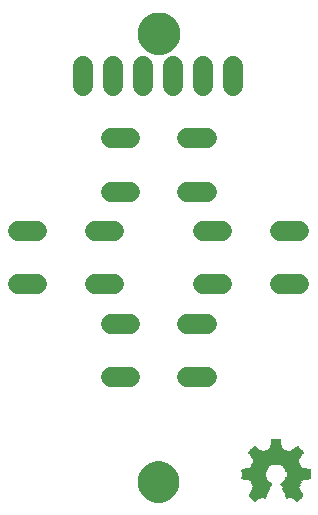
<source format=gbr>
G04 EAGLE Gerber RS-274X export*
G75*
%MOMM*%
%FSLAX34Y34*%
%LPD*%
%INSoldermask Bottom*%
%IPPOS*%
%AMOC8*
5,1,8,0,0,1.08239X$1,22.5*%
G01*
%ADD10C,2.601600*%
%ADD11C,0.609600*%
%ADD12C,0.500000*%
%ADD13R,0.050800X0.050800*%
%ADD14R,0.152400X0.050800*%
%ADD15R,0.304800X0.050800*%
%ADD16R,0.406400X0.050800*%
%ADD17R,0.558800X0.050800*%
%ADD18R,0.660400X0.050800*%
%ADD19R,0.812800X0.050800*%
%ADD20R,0.914400X0.050800*%
%ADD21R,0.254000X0.050800*%
%ADD22R,1.422400X0.050800*%
%ADD23R,1.473200X0.050800*%
%ADD24R,1.574800X0.050800*%
%ADD25R,1.524000X0.050800*%
%ADD26R,1.625600X0.050800*%
%ADD27R,1.676400X0.050800*%
%ADD28R,1.727200X0.050800*%
%ADD29R,1.828800X0.050800*%
%ADD30R,2.082800X0.050800*%
%ADD31R,2.133600X0.050800*%
%ADD32R,1.879600X0.050800*%
%ADD33R,1.778000X0.050800*%
%ADD34R,1.981200X0.050800*%
%ADD35R,4.064000X0.050800*%
%ADD36R,3.962400X0.050800*%
%ADD37R,3.860800X0.050800*%
%ADD38R,4.165600X0.050800*%
%ADD39R,4.267200X0.050800*%
%ADD40R,4.368800X0.050800*%
%ADD41R,4.470400X0.050800*%
%ADD42R,4.572000X0.050800*%
%ADD43R,4.673600X0.050800*%
%ADD44R,4.775200X0.050800*%
%ADD45R,1.016000X0.050800*%
%ADD46R,1.930400X0.050800*%
%ADD47R,0.863600X0.050800*%
%ADD48R,0.762000X0.050800*%
%ADD49R,0.609600X0.050800*%
%ADD50R,1.219200X0.050800*%
%ADD51R,0.508000X0.050800*%
%ADD52R,1.117600X0.050800*%
%ADD53R,0.355600X0.050800*%
%ADD54R,0.101600X0.050800*%
%ADD55C,1.727200*%


D10*
X143000Y35000D03*
X143000Y415000D03*
D11*
X128000Y415000D02*
X128005Y415368D01*
X128018Y415736D01*
X128041Y416103D01*
X128072Y416470D01*
X128113Y416836D01*
X128162Y417201D01*
X128221Y417564D01*
X128288Y417926D01*
X128364Y418287D01*
X128450Y418645D01*
X128543Y419001D01*
X128646Y419354D01*
X128757Y419705D01*
X128877Y420053D01*
X129005Y420398D01*
X129142Y420740D01*
X129287Y421079D01*
X129440Y421413D01*
X129602Y421744D01*
X129771Y422071D01*
X129949Y422393D01*
X130134Y422712D01*
X130327Y423025D01*
X130528Y423334D01*
X130736Y423637D01*
X130952Y423935D01*
X131175Y424228D01*
X131405Y424516D01*
X131642Y424798D01*
X131886Y425073D01*
X132136Y425343D01*
X132393Y425607D01*
X132657Y425864D01*
X132927Y426114D01*
X133202Y426358D01*
X133484Y426595D01*
X133772Y426825D01*
X134065Y427048D01*
X134363Y427264D01*
X134666Y427472D01*
X134975Y427673D01*
X135288Y427866D01*
X135607Y428051D01*
X135929Y428229D01*
X136256Y428398D01*
X136587Y428560D01*
X136921Y428713D01*
X137260Y428858D01*
X137602Y428995D01*
X137947Y429123D01*
X138295Y429243D01*
X138646Y429354D01*
X138999Y429457D01*
X139355Y429550D01*
X139713Y429636D01*
X140074Y429712D01*
X140436Y429779D01*
X140799Y429838D01*
X141164Y429887D01*
X141530Y429928D01*
X141897Y429959D01*
X142264Y429982D01*
X142632Y429995D01*
X143000Y430000D01*
X143368Y429995D01*
X143736Y429982D01*
X144103Y429959D01*
X144470Y429928D01*
X144836Y429887D01*
X145201Y429838D01*
X145564Y429779D01*
X145926Y429712D01*
X146287Y429636D01*
X146645Y429550D01*
X147001Y429457D01*
X147354Y429354D01*
X147705Y429243D01*
X148053Y429123D01*
X148398Y428995D01*
X148740Y428858D01*
X149079Y428713D01*
X149413Y428560D01*
X149744Y428398D01*
X150071Y428229D01*
X150393Y428051D01*
X150712Y427866D01*
X151025Y427673D01*
X151334Y427472D01*
X151637Y427264D01*
X151935Y427048D01*
X152228Y426825D01*
X152516Y426595D01*
X152798Y426358D01*
X153073Y426114D01*
X153343Y425864D01*
X153607Y425607D01*
X153864Y425343D01*
X154114Y425073D01*
X154358Y424798D01*
X154595Y424516D01*
X154825Y424228D01*
X155048Y423935D01*
X155264Y423637D01*
X155472Y423334D01*
X155673Y423025D01*
X155866Y422712D01*
X156051Y422393D01*
X156229Y422071D01*
X156398Y421744D01*
X156560Y421413D01*
X156713Y421079D01*
X156858Y420740D01*
X156995Y420398D01*
X157123Y420053D01*
X157243Y419705D01*
X157354Y419354D01*
X157457Y419001D01*
X157550Y418645D01*
X157636Y418287D01*
X157712Y417926D01*
X157779Y417564D01*
X157838Y417201D01*
X157887Y416836D01*
X157928Y416470D01*
X157959Y416103D01*
X157982Y415736D01*
X157995Y415368D01*
X158000Y415000D01*
X157995Y414632D01*
X157982Y414264D01*
X157959Y413897D01*
X157928Y413530D01*
X157887Y413164D01*
X157838Y412799D01*
X157779Y412436D01*
X157712Y412074D01*
X157636Y411713D01*
X157550Y411355D01*
X157457Y410999D01*
X157354Y410646D01*
X157243Y410295D01*
X157123Y409947D01*
X156995Y409602D01*
X156858Y409260D01*
X156713Y408921D01*
X156560Y408587D01*
X156398Y408256D01*
X156229Y407929D01*
X156051Y407607D01*
X155866Y407288D01*
X155673Y406975D01*
X155472Y406666D01*
X155264Y406363D01*
X155048Y406065D01*
X154825Y405772D01*
X154595Y405484D01*
X154358Y405202D01*
X154114Y404927D01*
X153864Y404657D01*
X153607Y404393D01*
X153343Y404136D01*
X153073Y403886D01*
X152798Y403642D01*
X152516Y403405D01*
X152228Y403175D01*
X151935Y402952D01*
X151637Y402736D01*
X151334Y402528D01*
X151025Y402327D01*
X150712Y402134D01*
X150393Y401949D01*
X150071Y401771D01*
X149744Y401602D01*
X149413Y401440D01*
X149079Y401287D01*
X148740Y401142D01*
X148398Y401005D01*
X148053Y400877D01*
X147705Y400757D01*
X147354Y400646D01*
X147001Y400543D01*
X146645Y400450D01*
X146287Y400364D01*
X145926Y400288D01*
X145564Y400221D01*
X145201Y400162D01*
X144836Y400113D01*
X144470Y400072D01*
X144103Y400041D01*
X143736Y400018D01*
X143368Y400005D01*
X143000Y400000D01*
X142632Y400005D01*
X142264Y400018D01*
X141897Y400041D01*
X141530Y400072D01*
X141164Y400113D01*
X140799Y400162D01*
X140436Y400221D01*
X140074Y400288D01*
X139713Y400364D01*
X139355Y400450D01*
X138999Y400543D01*
X138646Y400646D01*
X138295Y400757D01*
X137947Y400877D01*
X137602Y401005D01*
X137260Y401142D01*
X136921Y401287D01*
X136587Y401440D01*
X136256Y401602D01*
X135929Y401771D01*
X135607Y401949D01*
X135288Y402134D01*
X134975Y402327D01*
X134666Y402528D01*
X134363Y402736D01*
X134065Y402952D01*
X133772Y403175D01*
X133484Y403405D01*
X133202Y403642D01*
X132927Y403886D01*
X132657Y404136D01*
X132393Y404393D01*
X132136Y404657D01*
X131886Y404927D01*
X131642Y405202D01*
X131405Y405484D01*
X131175Y405772D01*
X130952Y406065D01*
X130736Y406363D01*
X130528Y406666D01*
X130327Y406975D01*
X130134Y407288D01*
X129949Y407607D01*
X129771Y407929D01*
X129602Y408256D01*
X129440Y408587D01*
X129287Y408921D01*
X129142Y409260D01*
X129005Y409602D01*
X128877Y409947D01*
X128757Y410295D01*
X128646Y410646D01*
X128543Y410999D01*
X128450Y411355D01*
X128364Y411713D01*
X128288Y412074D01*
X128221Y412436D01*
X128162Y412799D01*
X128113Y413164D01*
X128072Y413530D01*
X128041Y413897D01*
X128018Y414264D01*
X128005Y414632D01*
X128000Y415000D01*
D12*
X128000Y35000D02*
X128005Y35368D01*
X128018Y35736D01*
X128041Y36103D01*
X128072Y36470D01*
X128113Y36836D01*
X128162Y37201D01*
X128221Y37564D01*
X128288Y37926D01*
X128364Y38287D01*
X128450Y38645D01*
X128543Y39001D01*
X128646Y39354D01*
X128757Y39705D01*
X128877Y40053D01*
X129005Y40398D01*
X129142Y40740D01*
X129287Y41079D01*
X129440Y41413D01*
X129602Y41744D01*
X129771Y42071D01*
X129949Y42393D01*
X130134Y42712D01*
X130327Y43025D01*
X130528Y43334D01*
X130736Y43637D01*
X130952Y43935D01*
X131175Y44228D01*
X131405Y44516D01*
X131642Y44798D01*
X131886Y45073D01*
X132136Y45343D01*
X132393Y45607D01*
X132657Y45864D01*
X132927Y46114D01*
X133202Y46358D01*
X133484Y46595D01*
X133772Y46825D01*
X134065Y47048D01*
X134363Y47264D01*
X134666Y47472D01*
X134975Y47673D01*
X135288Y47866D01*
X135607Y48051D01*
X135929Y48229D01*
X136256Y48398D01*
X136587Y48560D01*
X136921Y48713D01*
X137260Y48858D01*
X137602Y48995D01*
X137947Y49123D01*
X138295Y49243D01*
X138646Y49354D01*
X138999Y49457D01*
X139355Y49550D01*
X139713Y49636D01*
X140074Y49712D01*
X140436Y49779D01*
X140799Y49838D01*
X141164Y49887D01*
X141530Y49928D01*
X141897Y49959D01*
X142264Y49982D01*
X142632Y49995D01*
X143000Y50000D01*
X143368Y49995D01*
X143736Y49982D01*
X144103Y49959D01*
X144470Y49928D01*
X144836Y49887D01*
X145201Y49838D01*
X145564Y49779D01*
X145926Y49712D01*
X146287Y49636D01*
X146645Y49550D01*
X147001Y49457D01*
X147354Y49354D01*
X147705Y49243D01*
X148053Y49123D01*
X148398Y48995D01*
X148740Y48858D01*
X149079Y48713D01*
X149413Y48560D01*
X149744Y48398D01*
X150071Y48229D01*
X150393Y48051D01*
X150712Y47866D01*
X151025Y47673D01*
X151334Y47472D01*
X151637Y47264D01*
X151935Y47048D01*
X152228Y46825D01*
X152516Y46595D01*
X152798Y46358D01*
X153073Y46114D01*
X153343Y45864D01*
X153607Y45607D01*
X153864Y45343D01*
X154114Y45073D01*
X154358Y44798D01*
X154595Y44516D01*
X154825Y44228D01*
X155048Y43935D01*
X155264Y43637D01*
X155472Y43334D01*
X155673Y43025D01*
X155866Y42712D01*
X156051Y42393D01*
X156229Y42071D01*
X156398Y41744D01*
X156560Y41413D01*
X156713Y41079D01*
X156858Y40740D01*
X156995Y40398D01*
X157123Y40053D01*
X157243Y39705D01*
X157354Y39354D01*
X157457Y39001D01*
X157550Y38645D01*
X157636Y38287D01*
X157712Y37926D01*
X157779Y37564D01*
X157838Y37201D01*
X157887Y36836D01*
X157928Y36470D01*
X157959Y36103D01*
X157982Y35736D01*
X157995Y35368D01*
X158000Y35000D01*
X157995Y34632D01*
X157982Y34264D01*
X157959Y33897D01*
X157928Y33530D01*
X157887Y33164D01*
X157838Y32799D01*
X157779Y32436D01*
X157712Y32074D01*
X157636Y31713D01*
X157550Y31355D01*
X157457Y30999D01*
X157354Y30646D01*
X157243Y30295D01*
X157123Y29947D01*
X156995Y29602D01*
X156858Y29260D01*
X156713Y28921D01*
X156560Y28587D01*
X156398Y28256D01*
X156229Y27929D01*
X156051Y27607D01*
X155866Y27288D01*
X155673Y26975D01*
X155472Y26666D01*
X155264Y26363D01*
X155048Y26065D01*
X154825Y25772D01*
X154595Y25484D01*
X154358Y25202D01*
X154114Y24927D01*
X153864Y24657D01*
X153607Y24393D01*
X153343Y24136D01*
X153073Y23886D01*
X152798Y23642D01*
X152516Y23405D01*
X152228Y23175D01*
X151935Y22952D01*
X151637Y22736D01*
X151334Y22528D01*
X151025Y22327D01*
X150712Y22134D01*
X150393Y21949D01*
X150071Y21771D01*
X149744Y21602D01*
X149413Y21440D01*
X149079Y21287D01*
X148740Y21142D01*
X148398Y21005D01*
X148053Y20877D01*
X147705Y20757D01*
X147354Y20646D01*
X147001Y20543D01*
X146645Y20450D01*
X146287Y20364D01*
X145926Y20288D01*
X145564Y20221D01*
X145201Y20162D01*
X144836Y20113D01*
X144470Y20072D01*
X144103Y20041D01*
X143736Y20018D01*
X143368Y20005D01*
X143000Y20000D01*
X142632Y20005D01*
X142264Y20018D01*
X141897Y20041D01*
X141530Y20072D01*
X141164Y20113D01*
X140799Y20162D01*
X140436Y20221D01*
X140074Y20288D01*
X139713Y20364D01*
X139355Y20450D01*
X138999Y20543D01*
X138646Y20646D01*
X138295Y20757D01*
X137947Y20877D01*
X137602Y21005D01*
X137260Y21142D01*
X136921Y21287D01*
X136587Y21440D01*
X136256Y21602D01*
X135929Y21771D01*
X135607Y21949D01*
X135288Y22134D01*
X134975Y22327D01*
X134666Y22528D01*
X134363Y22736D01*
X134065Y22952D01*
X133772Y23175D01*
X133484Y23405D01*
X133202Y23642D01*
X132927Y23886D01*
X132657Y24136D01*
X132393Y24393D01*
X132136Y24657D01*
X131886Y24927D01*
X131642Y25202D01*
X131405Y25484D01*
X131175Y25772D01*
X130952Y26065D01*
X130736Y26363D01*
X130528Y26666D01*
X130327Y26975D01*
X130134Y27288D01*
X129949Y27607D01*
X129771Y27929D01*
X129602Y28256D01*
X129440Y28587D01*
X129287Y28921D01*
X129142Y29260D01*
X129005Y29602D01*
X128877Y29947D01*
X128757Y30295D01*
X128646Y30646D01*
X128543Y30999D01*
X128450Y31355D01*
X128364Y31713D01*
X128288Y32074D01*
X128221Y32436D01*
X128162Y32799D01*
X128113Y33164D01*
X128072Y33530D01*
X128041Y33897D01*
X128018Y34264D01*
X128005Y34632D01*
X128000Y35000D01*
D13*
X224536Y17780D03*
X260604Y17780D03*
D14*
X224536Y18288D03*
X260604Y18288D03*
D15*
X224790Y18796D03*
X260350Y18796D03*
D16*
X224790Y19304D03*
X260350Y19304D03*
D17*
X225044Y19812D03*
X260096Y19812D03*
D18*
X225044Y20320D03*
D13*
X233680Y20320D03*
X251460Y20320D03*
D18*
X260096Y20320D03*
D19*
X225298Y20828D03*
D14*
X233172Y20828D03*
X251968Y20828D03*
D19*
X259842Y20828D03*
D20*
X225298Y21336D03*
D21*
X232664Y21336D03*
X252476Y21336D03*
D20*
X259842Y21336D03*
D22*
X227330Y21844D03*
X257810Y21844D03*
D23*
X227076Y22352D03*
X258064Y22352D03*
D24*
X227076Y22860D03*
X258064Y22860D03*
X227076Y23368D03*
X258064Y23368D03*
D25*
X227330Y23876D03*
X257810Y23876D03*
D24*
X227584Y24384D03*
X257556Y24384D03*
D25*
X227838Y24892D03*
X257302Y24892D03*
X228346Y25400D03*
X256794Y25400D03*
X228346Y25908D03*
X256794Y25908D03*
X228854Y26416D03*
X256286Y26416D03*
D23*
X229108Y26924D03*
X256032Y26924D03*
X229108Y27432D03*
X256032Y27432D03*
X229616Y27940D03*
X255524Y27940D03*
D22*
X229870Y28448D03*
X255270Y28448D03*
D23*
X230124Y28956D03*
X255016Y28956D03*
D22*
X230378Y29464D03*
X254762Y29464D03*
D23*
X230124Y29972D03*
D22*
X254762Y29972D03*
D25*
X230378Y30480D03*
X254762Y30480D03*
X230378Y30988D03*
X254762Y30988D03*
D26*
X230378Y31496D03*
X254762Y31496D03*
X230378Y32004D03*
X254762Y32004D03*
D27*
X230632Y32512D03*
X254508Y32512D03*
D28*
X230378Y33020D03*
X254762Y33020D03*
D27*
X230124Y33528D03*
X255016Y33528D03*
D26*
X229362Y34036D03*
X255778Y34036D03*
D24*
X229108Y34544D03*
X256032Y34544D03*
D25*
X228854Y35052D03*
X256286Y35052D03*
X228346Y35560D03*
X256794Y35560D03*
D24*
X227584Y36068D03*
X257556Y36068D03*
D29*
X225806Y36576D03*
X259334Y36576D03*
D30*
X224536Y37084D03*
X260604Y37084D03*
D31*
X223774Y37592D03*
X261366Y37592D03*
X223774Y38100D03*
X261366Y38100D03*
X223774Y38608D03*
X261366Y38608D03*
D30*
X223520Y39116D03*
X261620Y39116D03*
X223520Y39624D03*
X261620Y39624D03*
X223520Y40132D03*
X261620Y40132D03*
X223520Y40640D03*
X261620Y40640D03*
X223520Y41148D03*
X261620Y41148D03*
X223520Y41656D03*
X261620Y41656D03*
X223520Y42164D03*
X261620Y42164D03*
X223520Y42672D03*
X261620Y42672D03*
X223520Y43180D03*
X261620Y43180D03*
D31*
X223774Y43688D03*
X261366Y43688D03*
X223774Y44196D03*
X261366Y44196D03*
X223774Y44704D03*
X261366Y44704D03*
X224282Y45212D03*
X260858Y45212D03*
D32*
X225552Y45720D03*
X259588Y45720D03*
D27*
X227076Y46228D03*
X258064Y46228D03*
D25*
X228346Y46736D03*
X256794Y46736D03*
X228854Y47244D03*
X256286Y47244D03*
D24*
X229108Y47752D03*
X256032Y47752D03*
X229616Y48260D03*
X255524Y48260D03*
D27*
X230124Y48768D03*
X255016Y48768D03*
D33*
X230632Y49276D03*
X254508Y49276D03*
D34*
X232156Y49784D03*
X252984Y49784D03*
D35*
X242570Y50292D03*
D36*
X242570Y50800D03*
X242570Y51308D03*
D37*
X242570Y51816D03*
X242570Y52324D03*
X242570Y52832D03*
X242570Y53340D03*
D36*
X242570Y53848D03*
D35*
X242570Y54356D03*
X242570Y54864D03*
D38*
X242570Y55372D03*
D39*
X242570Y55880D03*
X242570Y56388D03*
D40*
X242570Y56896D03*
D41*
X242570Y57404D03*
X242570Y57912D03*
D42*
X242570Y58420D03*
D43*
X242570Y58928D03*
D44*
X242570Y59436D03*
D43*
X242570Y59944D03*
D42*
X242570Y60452D03*
D45*
X225298Y60960D03*
D46*
X242570Y60960D03*
D45*
X259842Y60960D03*
D47*
X225044Y61468D03*
D28*
X242570Y61468D03*
D47*
X260096Y61468D03*
D48*
X225044Y61976D03*
D22*
X242570Y61976D03*
D48*
X260096Y61976D03*
D49*
X224790Y62484D03*
D50*
X242570Y62484D03*
D49*
X260350Y62484D03*
D51*
X224790Y62992D03*
D52*
X242570Y62992D03*
D51*
X260350Y62992D03*
D53*
X224536Y63500D03*
D45*
X242570Y63500D03*
D53*
X260604Y63500D03*
D21*
X224536Y64008D03*
D45*
X242570Y64008D03*
D21*
X260604Y64008D03*
D54*
X224282Y64516D03*
D45*
X242570Y64516D03*
D54*
X260858Y64516D03*
D45*
X242570Y65024D03*
X242570Y65532D03*
D20*
X242570Y66040D03*
X242570Y66548D03*
X242570Y67056D03*
X242570Y67564D03*
X242570Y68072D03*
X242570Y68580D03*
D19*
X242570Y69088D03*
X242570Y69596D03*
X242570Y70104D03*
X242570Y70612D03*
D55*
X105140Y202394D02*
X88884Y202394D01*
X88884Y247606D02*
X105140Y247606D01*
X40116Y202394D02*
X23860Y202394D01*
X23860Y247606D02*
X40116Y247606D01*
X167384Y280894D02*
X183640Y280894D01*
X183640Y326106D02*
X167384Y326106D01*
X118616Y280894D02*
X102360Y280894D01*
X102360Y326106D02*
X118616Y326106D01*
X245884Y202394D02*
X262140Y202394D01*
X262140Y247606D02*
X245884Y247606D01*
X197116Y202394D02*
X180860Y202394D01*
X180860Y247606D02*
X197116Y247606D01*
X183640Y123894D02*
X167384Y123894D01*
X167384Y169106D02*
X183640Y169106D01*
X118616Y123894D02*
X102360Y123894D01*
X102360Y169106D02*
X118616Y169106D01*
X79000Y370602D02*
X79000Y386858D01*
X104400Y386858D02*
X104400Y370602D01*
X129800Y370602D02*
X129800Y386858D01*
X155200Y386858D02*
X155200Y370602D01*
X180600Y370602D02*
X180600Y386858D01*
X206000Y386858D02*
X206000Y370602D01*
M02*

</source>
